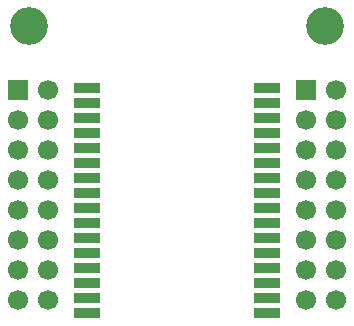
<source format=gbr>
%TF.GenerationSoftware,KiCad,Pcbnew,9.0.3*%
%TF.CreationDate,2025-08-20T17:47:23+02:00*%
%TF.ProjectId,cederom-stlink-v3mods-adapter,63656465-726f-46d2-9d73-746c696e6b2d,1*%
%TF.SameCoordinates,Original*%
%TF.FileFunction,Soldermask,Top*%
%TF.FilePolarity,Negative*%
%FSLAX46Y46*%
G04 Gerber Fmt 4.6, Leading zero omitted, Abs format (unit mm)*
G04 Created by KiCad (PCBNEW 9.0.3) date 2025-08-20 17:47:23*
%MOMM*%
%LPD*%
G01*
G04 APERTURE LIST*
%ADD10C,3.200000*%
%ADD11R,1.700000X1.700000*%
%ADD12C,1.700000*%
%ADD13R,2.240000X0.900000*%
G04 APERTURE END LIST*
D10*
%TO.C,H2*%
X130040000Y-90250000D03*
%TD*%
D11*
%TO.C,J2*%
X128390000Y-95675000D03*
D12*
X130930000Y-95675000D03*
X128390000Y-98215000D03*
X130930000Y-98215000D03*
X128390000Y-100755000D03*
X130930000Y-100755000D03*
X128390000Y-103295000D03*
X130930000Y-103295000D03*
X128390000Y-105835000D03*
X130930000Y-105835000D03*
X128390000Y-108375000D03*
X130930000Y-108375000D03*
X128390000Y-110915000D03*
X130930000Y-110915000D03*
X128390000Y-113455000D03*
X130930000Y-113455000D03*
%TD*%
D13*
%TO.C,U1*%
X109880000Y-95475000D03*
X109880000Y-96745000D03*
X109880000Y-98015000D03*
X109880000Y-99285000D03*
X109880000Y-100555000D03*
X109880000Y-101825000D03*
X109880000Y-103095000D03*
X109880000Y-104365000D03*
X109880000Y-105635000D03*
X109880000Y-106905000D03*
X109880000Y-108175000D03*
X109880000Y-109445000D03*
X109880000Y-110715000D03*
X109880000Y-111985000D03*
X109880000Y-113255000D03*
X109880000Y-114525000D03*
X125120000Y-114525000D03*
X125120000Y-113255000D03*
X125120000Y-111985000D03*
X125120000Y-110715000D03*
X125120000Y-109445000D03*
X125120000Y-108175000D03*
X125120000Y-106905000D03*
X125120000Y-105635000D03*
X125120000Y-104365000D03*
X125120000Y-103095000D03*
X125120000Y-101825000D03*
X125120000Y-100555000D03*
X125120000Y-99285000D03*
X125120000Y-98015000D03*
X125120000Y-96745000D03*
X125120000Y-95475000D03*
%TD*%
D11*
%TO.C,J1*%
X104050000Y-95675000D03*
D12*
X106590000Y-95675000D03*
X104050000Y-98215000D03*
X106590000Y-98215000D03*
X104050000Y-100755000D03*
X106590000Y-100755000D03*
X104050000Y-103295000D03*
X106590000Y-103295000D03*
X104050000Y-105835000D03*
X106590000Y-105835000D03*
X104050000Y-108375000D03*
X106590000Y-108375000D03*
X104050000Y-110915000D03*
X106590000Y-110915000D03*
X104050000Y-113455000D03*
X106590000Y-113455000D03*
%TD*%
D10*
%TO.C,H1*%
X104940000Y-90250000D03*
%TD*%
M02*

</source>
